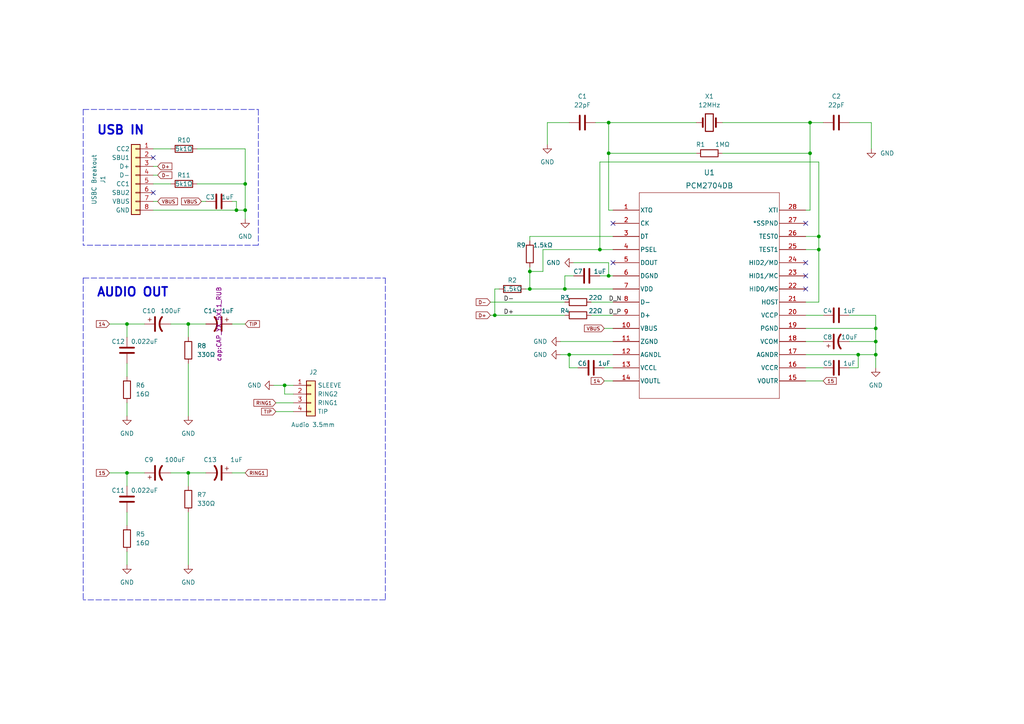
<source format=kicad_sch>
(kicad_sch (version 20211123) (generator eeschema)
  (paper "A4")
  (title_block (title "PCM2704 DAC") (date "2023-07-10") (rev "1") (comment 4 "Designed by Daniel Dinh"))
  (lib_symbols
    (symbol "Connector_Generic:Conn_01x04" (pin_names (offset 3.25))
      (property "Reference" "J2" (at -0.635 5.715 0))
      (property "Value" "Audio 3.5mm" (at -5.715 -7.62 0))
      (symbol "Conn_01x04_1_1"
        (rectangle (start -4.445 -6.35) (end -1.905 3.81) (stroke (width 0.254)) (fill (type background)))
        (rectangle (start -3.175 -5.207) (end -1.905 -4.953) (stroke (width 0.1524)))
        (rectangle (start -3.175 -2.667) (end -1.905 -2.413) (stroke (width 0.1524)))
        (rectangle (start -3.175 -0.127) (end -1.905 0.127) (stroke (width 0.1524)))
        (rectangle (start -3.175 2.413) (end -1.905 2.667) (stroke (width 0.1524)))
        (pin passive line (at 1.905 2.54 180) (length 3.81) (name "SLEEVE") (number "1"))
        (pin passive line (at 1.905 0 180) (length 3.81) (name "RING2") (number "2"))
        (pin passive line (at 1.905 -2.54 180) (length 3.81) (name "RING1") (number "3"))
        (pin passive line (at 1.905 -5.08 180) (length 3.81) (name "TIP") (number "4"))
      )
    )
    (symbol "Connector_Generic:Conn_01x08" (pin_names (offset 3))
      (property "Reference" "J1" (at 0 14.605 0))
      (property "Value" "USBC Breakout" (at 0 12.065 0))
      (symbol "Conn_01x08_1_1"
        (rectangle (start -8.763 -0.635) (end -9.017 0.635) (stroke (width 0.1524)))
        (rectangle (start -6.223 -0.635) (end -6.477 0.635) (stroke (width 0.1524)))
        (rectangle (start -3.683 -0.635) (end -3.937 0.635) (stroke (width 0.1524)))
        (rectangle (start -1.143 -0.635) (end -1.397 0.635) (stroke (width 0.1524)))
        (rectangle (start 1.397 -0.635) (end 1.143 0.635) (stroke (width 0.1524)))
        (rectangle (start 3.937 -0.635) (end 3.683 0.635) (stroke (width 0.1524)))
        (rectangle (start 6.477 -0.635) (end 6.223 0.635) (stroke (width 0.1524)))
        (rectangle (start 9.017 -0.635) (end 8.763 0.635) (stroke (width 0.1524)))
        (rectangle (start 10.16 -1.905) (end -10.16 0.635) (stroke (width 0.254)) (fill (type background)))
        (pin passive line (at -8.89 4.445 270) (length 3.81) (name "CC2") (number "1"))
        (pin passive line (at -6.35 4.445 270) (length 3.81) (name "SBU1") (number "2"))
        (pin passive line (at -3.81 4.445 270) (length 3.81) (name "D+") (number "3"))
        (pin passive line (at -1.27 4.445 270) (length 3.81) (name "D-") (number "4"))
        (pin passive line (at 1.27 4.445 270) (length 3.81) (name "CC1") (number "5"))
        (pin passive line (at 3.81 4.445 270) (length 3.81) (name "SBU2") (number "6"))
        (pin passive line (at 6.35 4.445 270) (length 3.81) (name "VBUS") (number "7"))
        (pin passive line (at 8.89 4.445 270) (length 3.81) (name "GND") (number "8"))
      )
    )
    (symbol "Device:C" (pin_numbers hide) (pin_names (offset 0.254))
      (property "Reference" "C" (at 0.635 2.54 0))
      (property "Value" "C" (at 0.635 -2.54 0))
      (symbol "C_0_1"
        (polyline (pts (xy -2.032 -0.762) (xy 2.032 -0.762)) (stroke (width 0.508)))
        (polyline (pts (xy -2.032 0.762) (xy 2.032 0.762)) (stroke (width 0.508)))
      )
      (symbol "C_1_1"
        (pin passive line (at 0 3.81 270) (length 2.794) (name "~") (number "1"))
        (pin passive line (at 0 -3.81 90) (length 2.794) (name "~") (number "2"))
      )
    )
    (symbol "Device:C_Polarized_US" (pin_numbers hide) (pin_names (offset 0.254) hide)
      (property "Reference" "C" (at 0.635 2.54 0))
      (property "Value" "C_Polarized_US" (at 0.635 -2.54 0))
      (symbol "C_Polarized_US_0_1"
        (polyline (pts (xy -2.032 0.762) (xy 2.032 0.762)) (stroke (width 0.508)))
        (polyline (pts (xy -1.778 2.286) (xy -0.762 2.286)))
        (polyline (pts (xy -1.27 1.778) (xy -1.27 2.794)))
        (arc (start 2.032 -1.27) (mid 0 -0.5572) (end -2.032 -1.27) (stroke (width 0.508)))
      )
      (symbol "C_Polarized_US_1_1"
        (pin passive line (at 0 3.81 270) (length 2.794) (name "~") (number "1"))
        (pin passive line (at 0 -3.81 90) (length 3.302) (name "~") (number "2"))
      )
    )
    (symbol "Device:Crystal" (pin_numbers hide) (pin_names (offset 1.016) hide)
      (property "Reference" "Y" (at 0 3.81 0))
      (property "Value" "Crystal" (at 0 -3.81 0))
      (symbol "Crystal_0_1"
        (rectangle (start -1.143 2.54) (end 1.143 -2.54) (stroke (width 0.3048)))
        (polyline (pts (xy -2.54 0) (xy -1.905 0)))
        (polyline (pts (xy -1.905 -1.27) (xy -1.905 1.27)) (stroke (width 0.508)))
        (polyline (pts (xy 1.905 -1.27) (xy 1.905 1.27)) (stroke (width 0.508)))
        (polyline (pts (xy 2.54 0) (xy 1.905 0)))
      )
      (symbol "Crystal_1_1"
        (pin passive line (at -3.81 0 0) (length 1.27) (name "1") (number "1"))
        (pin passive line (at 3.81 0 180) (length 1.27) (name "2") (number "2"))
      )
    )
    (symbol "Device:R" (pin_numbers hide) (pin_names (offset 0))
      (property "Reference" "R" (at 2.032 0 90))
      (property "Value" "R" (at 0 0 90))
      (symbol "R_0_1"
        (rectangle (start -1.016 -2.54) (end 1.016 2.54) (stroke (width 0.254)))
      )
      (symbol "R_1_1"
        (pin passive line (at 0 3.81 270) (length 1.27) (name "~") (number "1"))
        (pin passive line (at 0 -3.81 90) (length 1.27) (name "~") (number "2"))
      )
    )
    (symbol "PCM2704DB:PCM2704DB" (pin_names (offset 0.254))
      (property "Reference" "U1" (at 35.56 10.922 0))
      (property "Value" "PCM2704DB" (at 35.56 7.112 0))
      (symbol "PCM2704DB_0_1"
        (polyline (pts (xy 15.24 -54.61) (xy 55.88 -54.61)) (stroke (width 0.127)))
        (polyline (pts (xy 15.24 5.08) (xy 15.24 -54.61)) (stroke (width 0.127)))
        (polyline (pts (xy 55.88 -54.61) (xy 55.88 5.08)) (stroke (width 0.127)))
        (polyline (pts (xy 55.88 5.08) (xy 15.24 5.08)) (stroke (width 0.127)))
        (pin output line (at 7.62 0 0) (length 7.62) (name "XTO") (number "1"))
        (pin power_in line (at 7.62 -34.29 0) (length 7.62) (name "VBUS") (number "10"))
        (pin power_in line (at 7.62 -38.1 0) (length 7.62) (name "ZGND") (number "11"))
        (pin power_in line (at 7.62 -41.91 0) (length 7.62) (name "AGNDL") (number "12"))
        (pin power_in line (at 7.62 -45.72 0) (length 7.62) (name "VCCL") (number "13"))
        (pin output line (at 7.62 -49.53 0) (length 7.62) (name "VOUTL") (number "14"))
        (pin output line (at 63.5 -49.53 180) (length 7.62) (name "VOUTR") (number "15"))
        (pin power_in line (at 63.5 -45.72 180) (length 7.62) (name "VCCR") (number "16"))
        (pin power_in line (at 63.5 -41.91 180) (length 7.62) (name "AGNDR") (number "17"))
        (pin power_in line (at 63.5 -38.1 180) (length 7.62) (name "VCOM") (number "18"))
        (pin power_in line (at 63.5 -34.29 180) (length 7.62) (name "PGND") (number "19"))
        (pin output line (at 7.62 -3.81 0) (length 7.62) (name "CK") (number "2"))
        (pin power_in line (at 63.5 -30.48 180) (length 7.62) (name "VCCP") (number "20"))
        (pin input line (at 63.5 -26.67 180) (length 7.62) (name "HOST") (number "21"))
        (pin input line (at 63.5 -22.86 180) (length 7.62) (name "HID0/MS") (number "22"))
        (pin input line (at 63.5 -19.05 180) (length 7.62) (name "HID1/MC") (number "23"))
        (pin input line (at 63.5 -15.24 180) (length 7.62) (name "HID2/MD") (number "24"))
        (pin input line (at 63.5 -11.43 180) (length 7.62) (name "TEST1") (number "25"))
        (pin input line (at 63.5 -7.62 180) (length 7.62) (name "TEST0") (number "26"))
        (pin output line (at 63.5 -3.81 180) (length 7.62) (name "*SSPND") (number "27"))
        (pin input line (at 63.5 0 180) (length 7.62) (name "XTI") (number "28"))
        (pin bidirectional line (at 7.62 -7.62 0) (length 7.62) (name "DT") (number "3"))
        (pin input line (at 7.62 -11.43 0) (length 7.62) (name "PSEL") (number "4"))
        (pin output line (at 7.62 -15.24 0) (length 7.62) (name "DOUT") (number "5"))
        (pin power_in line (at 7.62 -19.05 0) (length 7.62) (name "DGND") (number "6"))
        (pin power_in line (at 7.62 -22.86 0) (length 7.62) (name "VDD") (number "7"))
        (pin bidirectional line (at 7.62 -26.67 0) (length 7.62) (name "D-") (number "8"))
        (pin bidirectional line (at 7.62 -30.48 0) (length 7.62) (name "D+") (number "9"))
      )
    )
    (symbol "power:GND" (power) (pin_names (offset 0))
      (property "Value" "GND" (at 0 -3.81 0))
      (symbol "GND_0_1"
        (polyline (pts (xy 0 0) (xy 0 -1.27) (xy 1.27 -1.27) (xy 0 -2.54) (xy -1.27 -1.27) (xy 0 -1.27)))
      )
      (symbol "GND_1_1"
        (pin power_in line (at 0 0 270) (length 0) hide (name "GND") (number "1"))
      )
    )
  )
  (junction (at 54.61 137.16))
  (junction (at 153.67 83.82))
  (junction (at 176.53 35.56))
  (junction (at 234.95 44.45))
  (junction (at 173.99 72.39))
  (junction (at 237.49 72.39))
  (junction (at 163.83 83.82))
  (junction (at 68.58 60.96))
  (junction (at 36.83 93.98))
  (junction (at 254 102.87))
  (junction (at 153.67 78.74))
  (junction (at 71.12 60.96))
  (junction (at 176.53 80.01))
  (junction (at 254 95.25))
  (junction (at 71.12 53.34))
  (junction (at 237.49 68.58))
  (junction (at 234.95 35.56))
  (junction (at 176.53 44.45))
  (junction (at 254 99.06))
  (junction (at 54.61 93.98))
  (junction (at 143.51 91.44))
  (junction (at 82.55 111.76))
  (junction (at 36.83 137.16))
  (junction (at 248.92 102.87))
  (junction (at 165.1 102.87))
  (no_connect (at 233.68 80.01))
  (no_connect (at 233.68 64.77))
  (no_connect (at 177.8 76.2))
  (no_connect (at 233.68 76.2))
  (no_connect (at 233.68 83.82))
  (no_connect (at 44.45 45.72))
  (no_connect (at 177.8 64.77))
  (no_connect (at 44.45 55.88))
  (wire (pts (xy 36.83 93.98) (xy 41.91 93.98)))
  (wire (pts (xy 57.15 43.18) (xy 71.12 43.18)))
  (wire (pts (xy 153.67 69.85) (xy 153.67 68.58)))
  (polyline (pts (xy 74.93 31.75) (xy 74.93 71.12)))
  (wire (pts (xy 80.01 119.38) (xy 85.09 119.38)))
  (wire (pts (xy 36.83 137.16) (xy 41.91 137.16)))
  (wire (pts (xy 85.09 114.3) (xy 82.55 114.3)))
  (wire (pts (xy 166.37 76.2) (xy 176.53 76.2)))
  (polyline (pts (xy 111.76 80.645) (xy 111.76 173.99)))
  (wire (pts (xy 158.75 35.56) (xy 158.75 41.91)))
  (wire (pts (xy 143.51 83.82) (xy 143.51 91.44)))
  (wire (pts (xy 237.49 72.39) (xy 233.68 72.39)))
  (wire (pts (xy 173.99 46.99) (xy 237.49 46.99)))
  (wire (pts (xy 162.56 99.06) (xy 177.8 99.06)))
  (wire (pts (xy 54.61 137.16) (xy 54.61 140.97)))
  (wire (pts (xy 36.83 93.98) (xy 31.75 93.98)))
  (wire (pts (xy 54.61 148.59) (xy 54.61 163.83)))
  (wire (pts (xy 165.1 35.56) (xy 158.75 35.56)))
  (wire (pts (xy 153.67 78.74) (xy 157.48 78.74)))
  (wire (pts (xy 152.4 83.82) (xy 153.67 83.82)))
  (wire (pts (xy 171.45 91.44) (xy 177.8 91.44)))
  (polyline (pts (xy 24.13 80.645) (xy 111.76 80.645)))
  (wire (pts (xy 209.55 44.45) (xy 234.95 44.45)))
  (wire (pts (xy 176.53 60.96) (xy 177.8 60.96)))
  (wire (pts (xy 54.61 93.98) (xy 54.61 97.79)))
  (wire (pts (xy 234.95 35.56) (xy 238.76 35.56)))
  (wire (pts (xy 176.53 44.45) (xy 176.53 60.96)))
  (wire (pts (xy 54.61 137.16) (xy 59.69 137.16)))
  (wire (pts (xy 36.83 116.84) (xy 36.83 120.65)))
  (wire (pts (xy 233.68 106.68) (xy 238.76 106.68)))
  (wire (pts (xy 67.31 93.98) (xy 71.12 93.98)))
  (wire (pts (xy 176.53 80.01) (xy 177.8 80.01)))
  (wire (pts (xy 44.45 60.96) (xy 68.58 60.96)))
  (wire (pts (xy 167.64 106.68) (xy 165.1 106.68)))
  (wire (pts (xy 157.48 72.39) (xy 173.99 72.39)))
  (wire (pts (xy 176.53 35.56) (xy 201.93 35.56)))
  (wire (pts (xy 177.8 102.87) (xy 165.1 102.87)))
  (wire (pts (xy 71.12 53.34) (xy 71.12 60.96)))
  (wire (pts (xy 57.15 53.34) (xy 71.12 53.34)))
  (wire (pts (xy 176.53 76.2) (xy 176.53 80.01)))
  (wire (pts (xy 163.83 83.82) (xy 153.67 83.82)))
  (wire (pts (xy 142.24 87.63) (xy 163.83 87.63)))
  (wire (pts (xy 36.83 105.41) (xy 36.83 109.22)))
  (wire (pts (xy 67.31 137.16) (xy 71.12 137.16)))
  (wire (pts (xy 44.45 43.18) (xy 49.53 43.18)))
  (wire (pts (xy 209.55 35.56) (xy 234.95 35.56)))
  (wire (pts (xy 49.53 137.16) (xy 54.61 137.16)))
  (wire (pts (xy 234.95 60.96) (xy 233.68 60.96)))
  (wire (pts (xy 233.68 99.06) (xy 238.76 99.06)))
  (wire (pts (xy 176.53 80.01) (xy 173.99 80.01)))
  (wire (pts (xy 153.67 68.58) (xy 177.8 68.58)))
  (wire (pts (xy 44.45 58.42) (xy 45.72 58.42)))
  (wire (pts (xy 237.49 68.58) (xy 237.49 72.39)))
  (wire (pts (xy 82.55 114.3) (xy 82.55 111.76)))
  (wire (pts (xy 176.53 35.56) (xy 176.53 44.45)))
  (wire (pts (xy 79.375 111.76) (xy 82.55 111.76)))
  (wire (pts (xy 176.53 44.45) (xy 201.93 44.45)))
  (wire (pts (xy 246.38 99.06) (xy 254 99.06)))
  (polyline (pts (xy 24.13 31.75) (xy 24.13 71.12)))
  (wire (pts (xy 71.12 60.96) (xy 71.12 63.5)))
  (wire (pts (xy 165.1 106.68) (xy 165.1 102.87)))
  (wire (pts (xy 68.58 60.96) (xy 71.12 60.96)))
  (wire (pts (xy 173.99 72.39) (xy 177.8 72.39)))
  (wire (pts (xy 36.83 140.97) (xy 36.83 137.16)))
  (wire (pts (xy 58.42 58.42) (xy 59.69 58.42)))
  (wire (pts (xy 80.01 116.84) (xy 85.09 116.84)))
  (polyline (pts (xy 111.76 173.99) (xy 24.13 173.99)))
  (wire (pts (xy 233.68 91.44) (xy 238.76 91.44)))
  (wire (pts (xy 237.49 46.99) (xy 237.49 68.58)))
  (wire (pts (xy 44.45 48.26) (xy 45.72 48.26)))
  (wire (pts (xy 237.49 72.39) (xy 237.49 87.63)))
  (wire (pts (xy 248.92 102.87) (xy 254 102.87)))
  (wire (pts (xy 252.73 35.56) (xy 252.73 43.18)))
  (wire (pts (xy 234.95 35.56) (xy 234.95 44.45)))
  (wire (pts (xy 254 91.44) (xy 254 95.25)))
  (wire (pts (xy 44.45 50.8) (xy 45.72 50.8)))
  (wire (pts (xy 237.49 68.58) (xy 233.68 68.58)))
  (wire (pts (xy 36.83 160.02) (xy 36.83 163.83)))
  (wire (pts (xy 246.38 91.44) (xy 254 91.44)))
  (wire (pts (xy 254 102.87) (xy 254 106.68)))
  (wire (pts (xy 234.95 44.45) (xy 234.95 60.96)))
  (wire (pts (xy 233.68 110.49) (xy 238.76 110.49)))
  (wire (pts (xy 246.38 35.56) (xy 252.73 35.56)))
  (wire (pts (xy 175.26 106.68) (xy 177.8 106.68)))
  (wire (pts (xy 246.38 106.68) (xy 248.92 106.68)))
  (wire (pts (xy 143.51 83.82) (xy 144.78 83.82)))
  (wire (pts (xy 36.83 97.79) (xy 36.83 93.98)))
  (wire (pts (xy 172.72 35.56) (xy 176.53 35.56)))
  (wire (pts (xy 173.99 72.39) (xy 173.99 46.99)))
  (polyline (pts (xy 74.93 71.12) (xy 24.13 71.12)))
  (wire (pts (xy 248.92 102.87) (xy 248.92 106.68)))
  (wire (pts (xy 171.45 87.63) (xy 177.8 87.63)))
  (wire (pts (xy 71.12 43.18) (xy 71.12 53.34)))
  (wire (pts (xy 82.55 111.76) (xy 85.09 111.76)))
  (wire (pts (xy 177.8 83.82) (xy 163.83 83.82)))
  (wire (pts (xy 165.1 102.87) (xy 162.56 102.87)))
  (polyline (pts (xy 24.13 31.75) (xy 74.93 31.75)))
  (wire (pts (xy 36.83 137.16) (xy 31.75 137.16)))
  (wire (pts (xy 68.58 58.42) (xy 68.58 60.96)))
  (wire (pts (xy 254 95.25) (xy 254 99.06)))
  (wire (pts (xy 166.37 80.01) (xy 163.83 80.01)))
  (wire (pts (xy 143.51 91.44) (xy 163.83 91.44)))
  (wire (pts (xy 175.26 110.49) (xy 177.8 110.49)))
  (wire (pts (xy 237.49 87.63) (xy 233.68 87.63)))
  (wire (pts (xy 54.61 105.41) (xy 54.61 120.65)))
  (wire (pts (xy 67.31 58.42) (xy 68.58 58.42)))
  (wire (pts (xy 142.24 91.44) (xy 143.51 91.44)))
  (wire (pts (xy 175.26 95.25) (xy 177.8 95.25)))
  (wire (pts (xy 163.83 80.01) (xy 163.83 83.82)))
  (polyline (pts (xy 24.13 80.645) (xy 24.13 173.99)))
  (wire (pts (xy 54.61 93.98) (xy 59.69 93.98)))
  (wire (pts (xy 233.68 102.87) (xy 248.92 102.87)))
  (wire (pts (xy 157.48 78.74) (xy 157.48 72.39)))
  (wire (pts (xy 44.45 53.34) (xy 49.53 53.34)))
  (wire (pts (xy 36.83 148.59) (xy 36.83 152.4)))
  (wire (pts (xy 233.68 95.25) (xy 254 95.25)))
  (wire (pts (xy 153.67 78.74) (xy 153.67 83.82)))
  (wire (pts (xy 49.53 93.98) (xy 54.61 93.98)))
  (wire (pts (xy 153.67 77.47) (xy 153.67 78.74)))
  (wire (pts (xy 254 99.06) (xy 254 102.87)))
  (text "USB IN" (at 27.94 39.37 0) (effects (font (size 2.54 2.54) (thickness 0.508) bold) (justify left bottom)))
  (text "AUDIO OUT\n" (at 27.94 86.36 0) (effects (font (size 2.54 2.54) (thickness 0.508) bold) (justify left bottom)))
  (label "D+" (at 146.05 91.44 0))
  (label "D-" (at 146.05 87.63 0))
  (label "D_N" (at 176.53 87.63 0))
  (label "D_P" (at 176.53 91.44 0))
  (global_label "TIP" (shape input) (at 80.01 119.38 180) (effects (font (size 1 1))) (property "Intersheet References" "${INTERSHEET_REFS}" (effects hide)))
  (global_label "RING1" (shape input) (at 71.12 137.16 0) (effects (font (size 1 1))) (property "Intersheet References" "${INTERSHEET_REFS}" (effects hide)))
  (global_label "15" (shape input) (at 31.75 137.16 180) (effects (font (size 1 1))) (property "Intersheet References" "${INTERSHEET_REFS}" (effects hide)))
  (global_label "D-" (shape input) (at 45.72 50.8 0) (effects (font (size 1 1))) (property "Intersheet References" "${INTERSHEET_REFS}" (effects hide)))
  (global_label "TIP" (shape input) (at 71.12 93.98 0) (effects (font (size 1 1))) (property "Intersheet References" "${INTERSHEET_REFS}" (effects hide)))
  (global_label "15" (shape input) (at 238.76 110.49 0) (effects (font (size 1 1))) (property "Intersheet References" "${INTERSHEET_REFS}" (effects hide)))
  (global_label "D+" (shape input) (at 45.72 48.26 0) (effects (font (size 1 1))) (property "Intersheet References" "${INTERSHEET_REFS}" (effects hide)))
  (global_label "14" (shape input) (at 31.75 93.98 180) (effects (font (size 1 1))) (property "Intersheet References" "${INTERSHEET_REFS}" (effects hide)))
  (global_label "VBUS" (shape input) (at 175.26 95.25 180) (effects (font (size 1 1))) (property "Intersheet References" "${INTERSHEET_REFS}" (effects hide)))
  (global_label "RING1" (shape input) (at 80.01 116.84 180) (effects (font (size 1 1))) (property "Intersheet References" "${INTERSHEET_REFS}" (effects hide)))
  (global_label "D-" (shape input) (at 142.24 87.63 180) (effects (font (size 1 1))) (property "Intersheet References" "${INTERSHEET_REFS}" (effects hide)))
  (global_label "VBUS" (shape input) (at 58.42 58.42 180) (effects (font (size 1 1))) (property "Intersheet References" "${INTERSHEET_REFS}" (effects hide)))
  (global_label "14" (shape input) (at 175.26 110.49 180) (effects (font (size 1 1))) (property "Intersheet References" "${INTERSHEET_REFS}" (effects hide)))
  (global_label "D+" (shape input) (at 142.24 91.44 180) (effects (font (size 1 1))) (property "Intersheet References" "${INTERSHEET_REFS}" (effects hide)))
  (global_label "VBUS" (shape input) (at 45.72 58.42 0) (effects (font (size 1 1))) (property "Intersheet References" "${INTERSHEET_REFS}" (effects hide)))
  (symbol (lib_id "power:GND") (at 252.73 43.18 0) (unit 1)
    (property "Reference" "#PWR0110" (effects hide))
    (property "Value" "GND" (at 255.27 44.4499 0) (effects (justify left)))
  )
  (symbol (lib_id "Device:C") (at 63.5 58.42 90) (unit 1)
    (property "Reference" "C3" (at 60.96 57.15 90))
    (property "Value" "1uF" (at 66.04 57.15 90))
    (property "Footprint" "Capacitor_THT:C_Disc_D5.0mm_W2.5mm_P2.50mm" (effects hide))
  )
  (symbol (lib_id "Device:Crystal") (at 205.74 35.56 0) (unit 1)
    (property "Reference" "X1" (at 205.74 27.94 0))
    (property "Value" "12MHz" (at 205.74 30.48 0))
    (property "Footprint" "Crystal:Crystal_HC49-4H_Vertical" (effects hide))
  )
  (symbol (lib_id "Device:R") (at 153.67 73.66 180) (unit 1)
    (property "Reference" "R9" (at 151.13 71.12 0))
    (property "Value" "1.5kΩ" (at 157.48 71.12 0))
    (property "Footprint" "Resistor_THT:R_Axial_DIN0204_L3.6mm_D1.6mm_P5.08mm_Horizontal" (effects hide))
  )
  (symbol (lib_id "power:GND") (at 36.83 120.65 0) (unit 1)
    (property "Reference" "#PWR0105" (effects hide))
    (property "Value" "GND" (at 36.83 125.73 0))
  )
  (symbol (lib_id "power:GND") (at 254 106.68 0) (unit 1)
    (property "Reference" "#PWR0102" (effects hide))
    (property "Value" "GND" (at 254 111.76 0))
  )
  (symbol (lib_id "Device:C") (at 242.57 91.44 90) (unit 1)
    (property "Reference" "C4" (at 240.03 90.17 90))
    (property "Value" "1uF" (at 246.38 90.17 90))
    (property "Footprint" "Capacitor_THT:C_Disc_D5.0mm_W2.5mm_P2.50mm" (effects hide))
  )
  (symbol (lib_id "Device:C") (at 242.57 106.68 90) (unit 1)
    (property "Reference" "C5" (at 240.03 105.41 90))
    (property "Value" "1uF" (at 246.38 105.41 90))
    (property "Footprint" "Capacitor_THT:C_Disc_D5.0mm_W2.5mm_P2.50mm" (effects hide))
  )
  (symbol (lib_id "Device:R") (at 167.64 87.63 270) (unit 1)
    (property "Reference" "R3" (at 163.83 86.36 90))
    (property "Value" "22Ω" (at 172.72 86.36 90))
    (property "Footprint" "Resistor_THT:R_Axial_DIN0207_L6.3mm_D2.5mm_P10.16mm_Horizontal" (effects hide))
  )
  (symbol (lib_id "Connector_Generic:Conn_01x08") (at 40.005 52.07 270) (unit 1)
    (property "Reference" "J1" (at 29.845 52.07 0))
    (property "Value" "USBC Breakout" (at 27.305 52.07 0))
    (property "Footprint" "Library:usb c breadboard 01x08" (effects hide))
  )
  (symbol (lib_id "Device:C") (at 170.18 80.01 90) (unit 1)
    (property "Reference" "C7" (at 167.64 78.74 90))
    (property "Value" "1uF" (at 173.99 78.74 90))
    (property "Footprint" "Capacitor_THT:C_Disc_D5.0mm_W2.5mm_P2.50mm" (effects hide))
  )
  (symbol (lib_id "Device:C") (at 36.83 101.6 180) (unit 1)
    (property "Reference" "C12" (at 34.29 99.06 0))
    (property "Value" "0.022uF" (at 41.91 99.06 0))
    (property "Footprint" "Capacitor_THT:C_Disc_D5.0mm_W2.5mm_P2.50mm" (effects hide))
  )
  (symbol (lib_id "Device:R") (at 205.74 44.45 270) (unit 1)
    (property "Reference" "R1" (at 203.2 41.91 90))
    (property "Value" "1MΩ" (at 209.55 41.91 90))
    (property "Footprint" "Resistor_THT:R_Axial_DIN0207_L6.3mm_D2.5mm_P10.16mm_Horizontal" (effects hide))
  )
  (symbol (lib_id "PCM2704DB:PCM2704DB") (at 170.18 60.96 0) (unit 1)
    (property "Reference" "U1" (at 205.74 50.038 0) (effects (font (size 1.524 1.524))))
    (property "Value" "PCM2704DB" (at 205.74 53.848 0) (effects (font (size 1.524 1.524))))
    (property "Footprint" "DB28_TEX" (effects hide))
    (property "Datasheet" "PCM2704DB" (effects hide))
  )
  (symbol (lib_id "Device:C_Polarized_US") (at 45.72 137.16 90) (unit 1)
    (property "Reference" "C9" (at 43.18 133.35 90))
    (property "Value" "100uF" (at 50.8 133.35 90))
    (property "Footprint" "cap:cap big" (effects hide))
  )
  (symbol (lib_id "Device:R") (at 54.61 101.6 0) (unit 1)
    (property "Reference" "R8" (at 57.15 100.33 0) (effects (justify left)))
    (property "Value" "330Ω" (at 57.15 102.8699 0) (effects (justify left)))
    (property "Footprint" "Resistor_THT:R_Axial_DIN0207_L6.3mm_D2.5mm_P10.16mm_Horizontal" (effects hide))
  )
  (symbol (lib_id "power:GND") (at 54.61 120.65 0) (unit 1)
    (property "Reference" "#PWR0108" (effects hide))
    (property "Value" "GND" (at 54.61 125.73 0))
  )
  (symbol (lib_id "power:GND") (at 79.375 111.76 270) (unit 1)
    (property "Reference" "#PWR0109" (effects hide))
    (property "Value" "GND" (at 71.755 111.76 90) (effects (justify left)))
  )
  (symbol (lib_id "Device:R") (at 54.61 144.78 0) (unit 1)
    (property "Reference" "R7" (at 57.15 143.51 0) (effects (justify left)))
    (property "Value" "330Ω" (at 57.15 146.0499 0) (effects (justify left)))
    (property "Footprint" "Resistor_THT:R_Axial_DIN0207_L6.3mm_D2.5mm_P10.16mm_Horizontal" (effects hide))
  )
  (symbol (lib_id "Connector_Generic:Conn_01x04") (at 86.995 114.3 0) (mirror y) (unit 1)
    (property "Reference" "J2" (at 92.075 107.95 0) (effects (justify left)))
    (property "Value" "Audio 3.5mm" (at 97.155 123.19 0) (effects (justify left)))
    (property "Footprint" "Library:headphone jack breadboard" (effects hide))
  )
  (symbol (lib_id "Device:R") (at 148.59 83.82 270) (unit 1)
    (property "Reference" "R2" (at 148.59 81.28 90))
    (property "Value" "1.5kΩ" (at 148.59 83.82 90))
    (property "Footprint" "Resistor_THT:R_Axial_DIN0204_L3.6mm_D1.6mm_P5.08mm_Horizontal" (effects hide))
  )
  (symbol (lib_id "power:GND") (at 162.56 99.06 270) (unit 1)
    (property "Reference" "#PWR0103" (effects hide))
    (property "Value" "GND" (at 158.75 99.0599 90) (effects (justify right)))
  )
  (symbol (lib_id "power:GND") (at 36.83 163.83 0) (unit 1)
    (property "Reference" "#PWR0107" (effects hide))
    (property "Value" "GND" (at 36.83 168.91 0))
  )
  (symbol (lib_id "power:GND") (at 166.37 76.2 270) (unit 1)
    (property "Reference" "#PWR0111" (effects hide))
    (property "Value" "GND" (at 162.56 76.1999 90) (effects (justify right)))
  )
  (symbol (lib_id "Device:C_Polarized_US") (at 63.5 137.16 270) (unit 1)
    (property "Reference" "C13" (at 60.96 133.35 90))
    (property "Value" "1uF" (at 68.58 133.35 90))
    (property "Footprint" "cap:CAP_YX_5X11_RUB" (effects hide))
  )
  (symbol (lib_id "Device:C") (at 36.83 144.78 180) (unit 1)
    (property "Reference" "C11" (at 34.29 142.24 0))
    (property "Value" "0.022uF" (at 41.91 142.24 0))
    (property "Footprint" "Capacitor_THT:C_Disc_D5.0mm_W2.5mm_P2.50mm" (effects hide))
  )
  (symbol (lib_id "Device:C") (at 242.57 35.56 90) (unit 1)
    (property "Reference" "C2" (at 242.57 27.94 90))
    (property "Value" "22pF" (at 242.57 30.48 90))
    (property "Footprint" "Capacitor_THT:C_Disc_D5.0mm_W2.5mm_P2.50mm" (effects hide))
  )
  (symbol (lib_id "power:GND") (at 54.61 163.83 0) (unit 1)
    (property "Reference" "#PWR0106" (effects hide))
    (property "Value" "GND" (at 54.61 168.91 0))
  )
  (symbol (lib_id "Device:R") (at 53.34 53.34 270) (unit 1)
    (property "Reference" "R11" (at 53.34 50.8 90))
    (property "Value" "5k1Ω" (at 53.34 53.34 90))
    (property "Footprint" "Resistor_THT:R_Axial_DIN0207_L6.3mm_D2.5mm_P10.16mm_Horizontal" (effects hide))
  )
  (symbol (lib_id "Device:C_Polarized_US") (at 45.72 93.98 90) (mirror x) (unit 1)
    (property "Reference" "C10" (at 43.18 90.17 90))
    (property "Value" "100uF" (at 49.53 90.17 90))
    (property "Footprint" "cap:cap big" (effects hide))
  )
  (symbol (lib_id "Device:C") (at 168.91 35.56 90) (unit 1)
    (property "Reference" "C1" (at 168.91 27.94 90))
    (property "Value" "22pF" (at 168.91 30.48 90))
    (property "Footprint" "Capacitor_THT:C_Disc_D5.0mm_W2.5mm_P2.50mm" (effects hide))
  )
  (symbol (lib_id "Device:C_Polarized_US") (at 63.5 93.98 270) (unit 1)
    (property "Reference" "C14" (at 60.96 90.17 90))
    (property "Value" "1uF" (at 66.04 90.17 90))
    (property "Footprint" "cap:CAP_YX_5X11_RUB" (at 63.5 93.98 0))
  )
  (symbol (lib_id "Device:R") (at 36.83 156.21 0) (unit 1)
    (property "Reference" "R5" (at 39.37 154.9399 0) (effects (justify left)))
    (property "Value" "16Ω" (at 39.37 157.4799 0) (effects (justify left)))
    (property "Footprint" "Resistor_THT:R_Axial_DIN0207_L6.3mm_D2.5mm_P10.16mm_Horizontal" (effects hide))
  )
  (symbol (lib_id "Device:R") (at 53.34 43.18 270) (unit 1)
    (property "Reference" "R10" (at 53.34 40.64 90))
    (property "Value" "5k1Ω" (at 53.34 43.18 90))
    (property "Footprint" "Resistor_THT:R_Axial_DIN0207_L6.3mm_D2.5mm_P10.16mm_Horizontal" (effects hide))
  )
  (symbol (lib_id "Device:C_Polarized_US") (at 242.57 99.06 90) (unit 1)
    (property "Reference" "C8" (at 240.03 97.79 90))
    (property "Value" "10uF" (at 246.38 97.79 90))
    (property "Footprint" "cap:CAP_YX_5X11_RUB" (effects hide))
  )
  (symbol (lib_id "Device:R") (at 36.83 113.03 0) (unit 1)
    (property "Reference" "R6" (at 39.37 111.7599 0) (effects (justify left)))
    (property "Value" "16Ω" (at 39.37 114.2999 0) (effects (justify left)))
    (property "Footprint" "Resistor_THT:R_Axial_DIN0207_L6.3mm_D2.5mm_P10.16mm_Horizontal" (effects hide))
  )
  (symbol (lib_id "Device:C") (at 171.45 106.68 90) (unit 1)
    (property "Reference" "C6" (at 168.91 105.41 90))
    (property "Value" "1uF" (at 175.26 105.41 90))
    (property "Footprint" "Capacitor_THT:C_Disc_D5.0mm_W2.5mm_P2.50mm" (effects hide))
  )
  (symbol (lib_id "power:GND") (at 158.75 41.91 0) (unit 1)
    (property "Reference" "#PWR0112" (effects hide))
    (property "Value" "GND" (at 158.75 46.99 0))
  )
  (symbol (lib_id "Device:R") (at 167.64 91.44 270) (unit 1)
    (property "Reference" "R4" (at 163.83 90.17 90))
    (property "Value" "22Ω" (at 172.72 90.17 90))
    (property "Footprint" "Resistor_THT:R_Axial_DIN0207_L6.3mm_D2.5mm_P10.16mm_Horizontal" (effects hide))
  )
  (symbol (lib_id "power:GND") (at 162.56 102.87 270) (unit 1)
    (property "Reference" "#PWR0104" (effects hide))
    (property "Value" "GND" (at 158.75 102.8699 90) (effects (justify right)))
  )
  (symbol (lib_id "power:GND") (at 71.12 63.5 0) (unit 1)
    (property "Reference" "#PWR0101" (effects hide))
    (property "Value" "GND" (at 71.12 68.58 0))
  )
)
</source>
